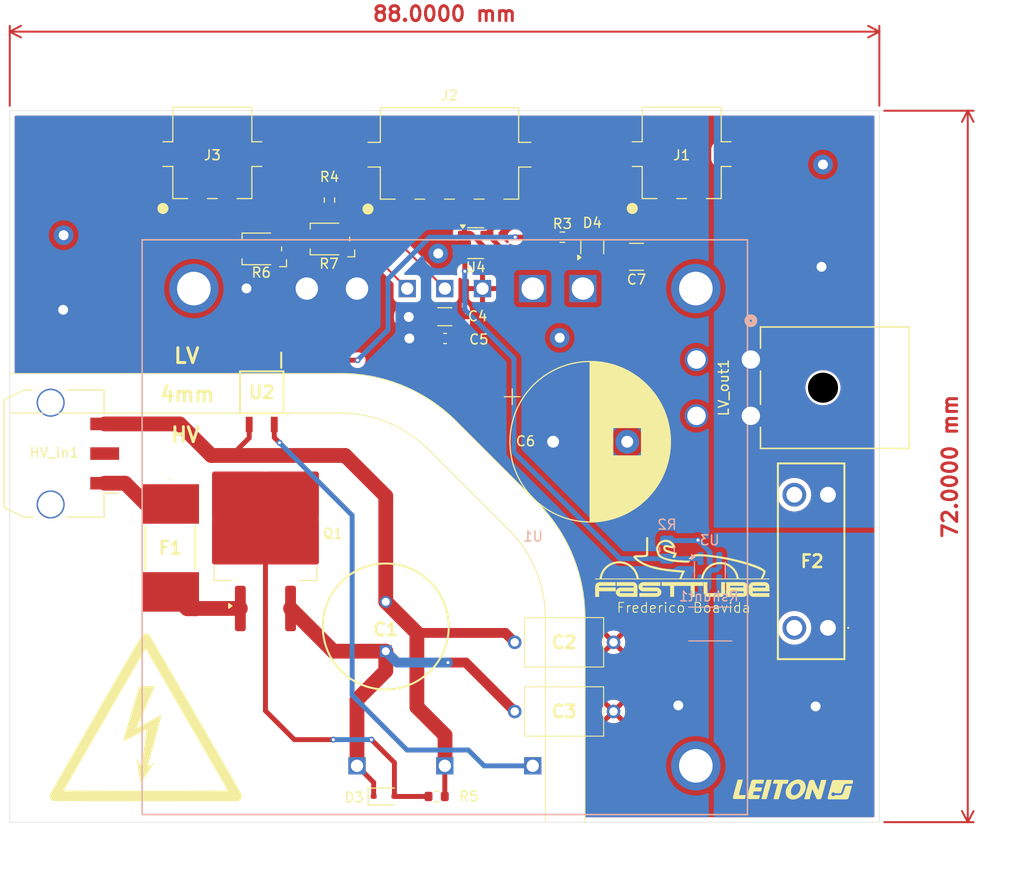
<source format=kicad_pcb>
(kicad_pcb
	(version 20240108)
	(generator "pcbnew")
	(generator_version "8.0")
	(general
		(thickness 1.6)
		(legacy_teardrops no)
	)
	(paper "A4")
	(layers
		(0 "F.Cu" power)
		(1 "In1.Cu" power "GND")
		(2 "In2.Cu" power "PWR")
		(31 "B.Cu" power)
		(32 "B.Adhes" user "B.Adhesive")
		(33 "F.Adhes" user "F.Adhesive")
		(34 "B.Paste" user)
		(35 "F.Paste" user)
		(36 "B.SilkS" user "B.Silkscreen")
		(37 "F.SilkS" user "F.Silkscreen")
		(38 "B.Mask" user)
		(39 "F.Mask" user)
		(40 "Dwgs.User" user "User.Drawings")
		(41 "Cmts.User" user "User.Comments")
		(42 "Eco1.User" user "User.Eco1")
		(43 "Eco2.User" user "User.Eco2")
		(44 "Edge.Cuts" user)
		(45 "Margin" user)
		(46 "B.CrtYd" user "B.Courtyard")
		(47 "F.CrtYd" user "F.Courtyard")
		(48 "B.Fab" user)
		(49 "F.Fab" user)
		(50 "User.1" user)
		(51 "User.2" user)
		(52 "User.3" user)
		(53 "User.4" user)
		(54 "User.5" user)
		(55 "User.6" user)
		(56 "User.7" user)
		(57 "User.8" user)
		(58 "User.9" user)
	)
	(setup
		(stackup
			(layer "F.SilkS"
				(type "Top Silk Screen")
			)
			(layer "F.Paste"
				(type "Top Solder Paste")
			)
			(layer "F.Mask"
				(type "Top Solder Mask")
				(thickness 0.01)
			)
			(layer "F.Cu"
				(type "copper")
				(thickness 0.035)
			)
			(layer "dielectric 1"
				(type "prepreg")
				(thickness 0.1)
				(material "FR4")
				(epsilon_r 4.5)
				(loss_tangent 0.02)
			)
			(layer "In1.Cu"
				(type "copper")
				(thickness 0.035)
			)
			(layer "dielectric 2"
				(type "core")
				(thickness 1.24)
				(material "FR4")
				(epsilon_r 4.5)
				(loss_tangent 0.02)
			)
			(layer "In2.Cu"
				(type "copper")
				(thickness 0.035)
			)
			(layer "dielectric 3"
				(type "prepreg")
				(thickness 0.1)
				(material "FR4")
				(epsilon_r 4.5)
				(loss_tangent 0.02)
			)
			(layer "B.Cu"
				(type "copper")
				(thickness 0.035)
			)
			(layer "B.Mask"
				(type "Bottom Solder Mask")
				(thickness 0.01)
			)
			(layer "B.Paste"
				(type "Bottom Solder Paste")
			)
			(layer "B.SilkS"
				(type "Bottom Silk Screen")
			)
			(copper_finish "None")
			(dielectric_constraints no)
		)
		(pad_to_mask_clearance 0)
		(allow_soldermask_bridges_in_footprints no)
		(pcbplotparams
			(layerselection 0x00010fc_ffffffff)
			(plot_on_all_layers_selection 0x0000000_00000000)
			(disableapertmacros no)
			(usegerberextensions no)
			(usegerberattributes yes)
			(usegerberadvancedattributes yes)
			(creategerberjobfile yes)
			(dashed_line_dash_ratio 12.000000)
			(dashed_line_gap_ratio 3.000000)
			(svgprecision 4)
			(plotframeref no)
			(viasonmask no)
			(mode 1)
			(useauxorigin no)
			(hpglpennumber 1)
			(hpglpenspeed 20)
			(hpglpendiameter 15.000000)
			(pdf_front_fp_property_popups yes)
			(pdf_back_fp_property_popups yes)
			(dxfpolygonmode yes)
			(dxfimperialunits yes)
			(dxfusepcbnewfont yes)
			(psnegative no)
			(psa4output no)
			(plotreference yes)
			(plotvalue yes)
			(plotfptext yes)
			(plotinvisibletext no)
			(sketchpadsonfab no)
			(subtractmaskfromsilk no)
			(outputformat 1)
			(mirror no)
			(drillshape 1)
			(scaleselection 1)
			(outputdirectory "")
		)
	)
	(net 0 "")
	(net 1 "/HV-")
	(net 2 "Net-(U1-+S)")
	(net 3 "GND")
	(net 4 "Net-(D4-Pad3)")
	(net 5 "/HV+")
	(net 6 "/LV_Cmeasure")
	(net 7 "Net-(R3-Pad2)")
	(net 8 "+3V3")
	(net 9 "/LV+")
	(net 10 "unconnected-(HV_in1-iso_space-Pad2)")
	(net 11 "/3V_buttoncell")
	(net 12 "/TEMP_TSDCDC")
	(net 13 "Net-(LV_out1-Pin_1)")
	(net 14 "Net-(U1-CNT)")
	(net 15 "Net-(D3-K)")
	(net 16 "Net-(Q1-D)")
	(net 17 "/G")
	(net 18 "Net-(U4-+)")
	(net 19 "Net-(U1-TRM)")
	(net 20 "Net-(U3--)")
	(net 21 "Net-(C7-Pad2)")
	(footprint "Capacitor_SMD:C_1210_3225Metric" (layer "F.Cu") (at 162.875 80 180))
	(footprint "Resistor_SMD:R_0603_1608Metric" (layer "F.Cu") (at 155.370341 78.015823 180))
	(footprint "footprints:VY1471M29Y5UC63V0" (layer "F.Cu") (at 160.545341 126.015823 180))
	(footprint "FaSTTUBe_connectors:Micro_Mate-N-Lok_2p_horizontal" (layer "F.Cu") (at 167.445341 69.608323 180))
	(footprint "Potentiometer_SMD:Potentiometer_Bourns_TC33X_Vertical" (layer "F.Cu") (at 131.75 78.2 180))
	(footprint "footprints:CAPPRD500W60D1275H2200" (layer "F.Cu") (at 137.495341 119.915823 90))
	(footprint "FaSTTUBe_logos:FTLogo_small" (layer "F.Cu") (at 167.5 111.4))
	(footprint "Capacitor_SMD:C_1206_3216Metric" (layer "F.Cu") (at 143.470341 86.065823))
	(footprint "footprints:VY1471M29Y5UC63V0" (layer "F.Cu") (at 150.545341 119.015823))
	(footprint "Capacitor_SMD:C_0603_1608Metric" (layer "F.Cu") (at 143.495341 88.265823))
	(footprint "Diode_SMD:D_SOD-323" (layer "F.Cu") (at 137.320341 134.615823))
	(footprint "Capacitor_THT:CP_Radial_D16.0mm_P7.50mm" (layer "F.Cu") (at 154.432587 98.715823))
	(footprint "Resistor_SMD:R_0603_1608Metric" (layer "F.Cu") (at 131.795341 74.265823 -90))
	(footprint "FaSTTUBe_connectors:Micro_Mate-N-Lok_2p_horizontal" (layer "F.Cu") (at 119.945341 69.608323 180))
	(footprint "footprints:0ACG5000TE" (layer "F.Cu") (at 115.695341 109.465823 -90))
	(footprint "Package_TO_SOT_SMD:SOT-323_SC-70" (layer "F.Cu") (at 158.395341 79.015823 90))
	(footprint "Connector_Molex:Molex_Micro-Fit_3.0_43650-0310_1x03-1MP_P3.00mm_Horizontal_PnP" (layer "F.Cu") (at 103.930341 99.915823 90))
	(footprint "Resistor_SMD:R_0603_1608Metric" (layer "F.Cu") (at 142.645341 134.615823))
	(footprint "FaSTTUBe_logos:HV-Warning" (layer "F.Cu") (at 113.2 126.6))
	(footprint "footprints:SOP254P700X210-4N" (layer "F.Cu") (at 124.945341 93.715823 -90))
	(footprint "Potentiometer_SMD:Potentiometer_Bourns_TC33X_Vertical"
		(layer "F.Cu")
		(uuid "b01cf478-92a1-4341-ac31-c4b4456c09d5")
		(at 124.85 79.2 180)
		(descr "Potentiometer, Bourns, TC33X, Vertical, https://www.bourns.com/pdfs/TC33.pdf")
		(tags "Potentiometer Bourns TC33X Vertical")
		(property "Reference" "R6"
			(at -0.05 -2.4 360)
			(layer "F.SilkS")
			(uuid "183537b1-87d2-486c-a672-7654754bc1dd")
			(effects
				(font
					(size 1 1)
					(thickness 0.15)
				)
			)
		)
		(property "Value" "100k"
			(at 0 2.5 360)
			(layer "F.Fab")
			(uuid "d10feaee-c6ce-4f5b-8d12-249b703517c6")
			(effects
				(font
					(size 1 1)
					(thickness 0.15)
				)
			)
		)
		(property "Footprint" "Potentiometer_SMD:Potentiometer_Bourns_TC33X_Vertical"
			(at 0 0 180)
			(unlocked yes)
			(layer "F.Fab")
			(hide yes)
			(uuid "87f64089-8966-4db0-b831-a11cf8d21ce0")
			(effects
				(font
					(size 1.27 1.27)
					(thickness 0.15)
				)
			)
		)
		(property "Datasheet" ""
			(at 0 0 180)
			(unlocked yes)
			(layer "F.Fab")
			(hide yes)
			(uuid "775f9d4e-137d-45aa-921b-12213783fdab")
			(effects
				(font
					(size 1.27 1.27)
					(thickness 0.15)
				)
			)
		)
		(property "Description" "Trimmable resistor (preset resistor)"
			(at 0 0 180)
			(unlocked yes)
			(layer "F.Fab")
			(hide yes)
			(uuid "fa8becb3-bfa3-46a7-97eb-b43e4aef7e43")
			(effects
				(font
					(size 1.27 1.27)
					(thickness 0.15)
				)
			)
		)
		(property ki_fp_filters "R_*")
		(path "/e8f1022b-18f0-4041-bbce-bd654e00309f")
		(sheetname "Stammblatt")
		(sheetfile "TDK_DCDC_pcb.kicad_sch")
		(attr smd)
		(fp_line
			(start 1.9 1.6)
			(end 1.9 1)
			(stroke
				(width 0.12)
				(type solid)
			)
			(layer "F.SilkS")
			(uuid "0e9ae93a-0cd9-4896-b25b-b1967bbebd29")
		)
		(fp_line
			(start 1.9 -1.6)
			(end 1.9 -1)
			(stroke
				(width 0.12)
				(type solid)
			)
			(layer "F.SilkS")
			(uuid "abebb348-caee-4a6e-8bf2-12e9063f7f4b")
		)
		(fp_line
			(start -1 1.6)
			(end 1.9 1.6)
			(stroke
				(width 0.12)
				(type solid)
			)
			(layer "F.SilkS")
			(uuid "1b1aa6eb-6784-48d3-a374-5280a6
... [347835 chars truncated]
</source>
